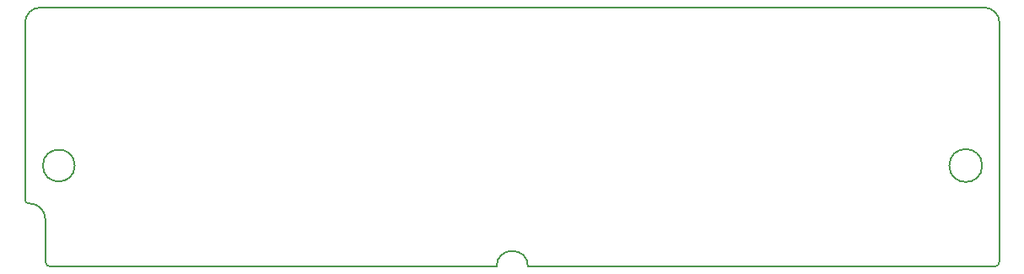
<source format=gm1>
G04 #@! TF.GenerationSoftware,KiCad,Pcbnew,(5.1.5-0-10_14)*
G04 #@! TF.CreationDate,2020-05-16T14:03:33-04:00*
G04 #@! TF.ProjectId,ROMSIMM,524f4d53-494d-44d2-9e6b-696361645f70,rev?*
G04 #@! TF.SameCoordinates,Original*
G04 #@! TF.FileFunction,Profile,NP*
%FSLAX46Y46*%
G04 Gerber Fmt 4.6, Leading zero omitted, Abs format (unit mm)*
G04 Created by KiCad (PCBNEW (5.1.5-0-10_14)) date 2020-05-16 14:03:33*
%MOMM*%
%LPD*%
G04 APERTURE LIST*
%ADD10C,0.150000*%
G04 APERTURE END LIST*
D10*
X169545000Y-127127000D02*
X169545000Y-103124000D01*
X73787000Y-122872500D02*
X73787000Y-127127000D01*
X168021000Y-101600000D02*
G75*
G02X169545000Y-103124000I0J-1524000D01*
G01*
X71755000Y-103124000D02*
G75*
G02X73279000Y-101600000I1524000J0D01*
G01*
X74295000Y-127635000D02*
G75*
G02X73787000Y-127127000I0J508000D01*
G01*
X72136000Y-121285000D02*
G75*
G02X71755000Y-120904000I0J381000D01*
G01*
X72136000Y-121285000D02*
X72199500Y-121285000D01*
X169545000Y-127127000D02*
G75*
G02X169037000Y-127635000I-508000J0D01*
G01*
X76733200Y-117475000D02*
G75*
G03X76733200Y-117475000I-1600000J0D01*
G01*
X167817800Y-117475000D02*
G75*
G03X167817800Y-117475000I-1651000J0D01*
G01*
X74295000Y-127635000D02*
X119062500Y-127635000D01*
X122237500Y-127635000D02*
X169037000Y-127635000D01*
X71755000Y-120904000D02*
X71755000Y-103124000D01*
X72199500Y-121285000D02*
G75*
G02X73787000Y-122872500I0J-1587500D01*
G01*
X119062500Y-127635000D02*
G75*
G02X122237500Y-127635000I1587500J0D01*
G01*
X73279000Y-101600000D02*
X168021000Y-101600000D01*
M02*

</source>
